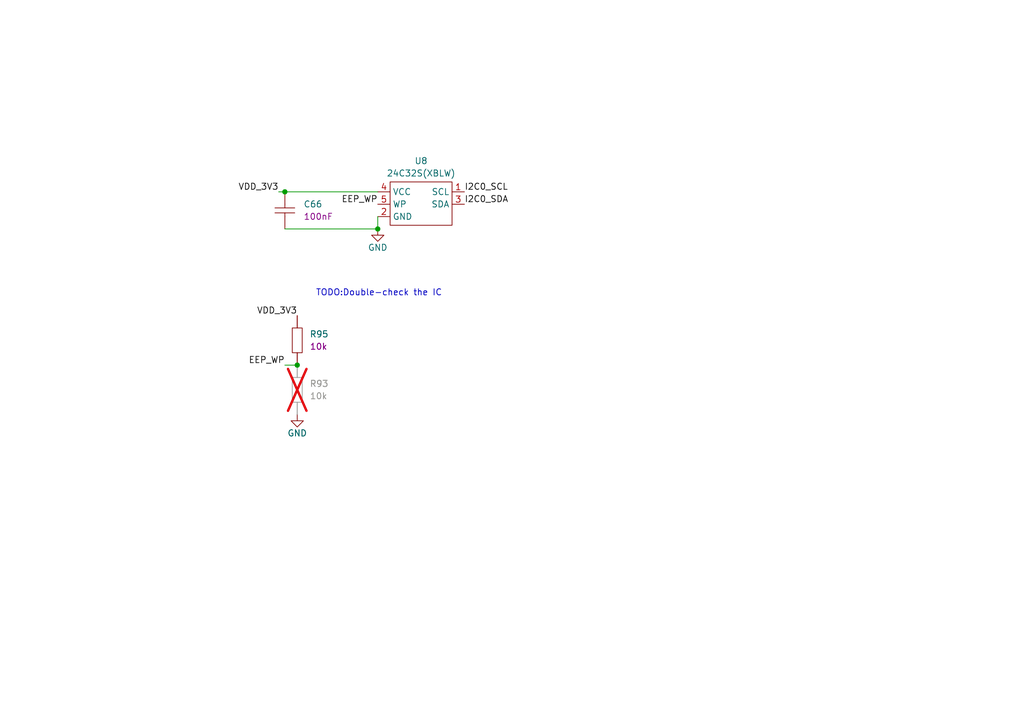
<source format=kicad_sch>
(kicad_sch (version 20250114) (generator "eeschema") (generator_version "9.0")
  (paper "A5")
  (lib_symbols
    (symbol "pepy_sym_lib:[CAP_SMD_0201_0603Metric]YAGEO CC0201KRX5R6BB104" (pin_numbers (hide yes))
      (property "Reference" "C" (at 0 3.556 0))
      (property "Nvalue" "100nF" (at 0 -3.048 0))
      (symbol "[CAP_SMD_0201_0603Metric]YAGEO CC0201KRX5R6BB104_0_1"
        (polyline (pts (xy -1.27 0) (xy -0.51 0)))
        (polyline (pts (xy -0.51 2.03) (xy -0.51 -2.03)))
        (polyline (pts (xy 0.51 2.03) (xy 0.51 -2.03)))
        (polyline (pts (xy 0.51 0) (xy 1.27 0)))
      )
      (symbol "[CAP_SMD_0201_0603Metric]YAGEO CC0201KRX5R6BB104_1_1"
        (pin passive line (at -3.81 0 0) (length 2.54) (name "~") (number "1"))
        (pin passive line (at 3.81 0 180) (length 2.54) (name "~") (number "2"))
      )
    )
    (symbol "pepy_sym_lib:[EEPROM]XBLW 24C32S(XBLW)"
      (property "Reference" "U" (at 0 6.096 0))
      (property "Value" "24C32S(XBLW)" (at 0 -6.096 0))
      (symbol "[EEPROM]XBLW 24C32S(XBLW)_1_1"
        (rectangle (start -6.35 4.572) (end 6.35 -4.318))
        (pin power_in line (at -8.89 2.54 0) (length 2.54) (name "VCC") (number "4"))
        (pin bidirectional line (at -8.89 0 0) (length 2.54) (name "WP") (number "5"))
        (pin power_in line (at -8.89 -2.54 0) (length 2.54) (name "GND") (number "2"))
        (pin bidirectional line (at 8.89 2.54 180) (length 2.54) (name "SCL") (number "1"))
        (pin bidirectional line (at 8.89 0 180) (length 2.54) (name "SDA") (number "3"))
      )
    )
    (symbol "pepy_sym_lib:[RES_SMD_0201_0603Metric]UNI-ROYAL(Uniroyal Elec) 0201WMF1002TEE" (pin_numbers (hide yes))
      (property "Reference" "R" (at 0 2.286 0))
      (property "Nvalue" "10k" (at 0 -2.54 0))
      (symbol "[RES_SMD_0201_0603Metric]UNI-ROYAL(Uniroyal Elec) 0201WMF1002TEE_1_1"
        (rectangle (start -2.54 1.02) (end 2.54 -1.02))
        (pin passive line (at -5.08 0 0) (length 2.54) (name "~") (number "1"))
        (pin passive line (at 5.08 0 180) (length 2.54) (name "~") (number "2"))
      )
    )
    (symbol "power:GND" (power) (pin_numbers (hide yes)) (pin_names (offset 0) (hide yes))
      (property "Value" "GND" (at 0 -3.81 0))
      (symbol "GND_0_1"
        (polyline (pts (xy 0 0) (xy 0 -1.27) (xy 1.27 -1.27) (xy 0 -2.54) (xy -1.27 -1.27) (xy 0 -1.27)))
      )
      (symbol "GND_1_1"
        (pin power_in line (at 0 0 270) (length 0) (name "~") (number "1"))
      )
    )
  )
  (text "TODO:Double-check the IC\n" (at 77.724 60.198 0) (effects (font (size 1.27 1.27))))
  (junction (at 77.47 46.99))
  (junction (at 58.42 39.37))
  (junction (at 60.96 74.93))
  (wire (pts (xy 58.42 39.37) (xy 77.47 39.37)))
  (wire (pts (xy 77.47 46.99) (xy 77.47 44.45)))
  (wire (pts (xy 58.42 74.93) (xy 60.96 74.93)))
  (wire (pts (xy 58.42 46.99) (xy 77.47 46.99)))
  (wire (pts (xy 57.15 39.37) (xy 58.42 39.37)))
  (label "VDD_3V3" (at 60.96 64.77 180))
  (label "I2C0_SDA" (at 95.25 41.91 0))
  (label "I2C0_SCL" (at 95.25 39.37 0))
  (label "VDD_3V3" (at 57.15 39.37 180))
  (label "EEP_WP" (at 58.42 74.93 180))
  (label "EEP_WP" (at 77.47 41.91 180))
  (symbol (lib_id "pepy_sym_lib:[RES_SMD_0201_0603Metric]UNI-ROYAL(Uniroyal Elec) 0201WMF1002TEE") (at 60.96 69.85 90) (unit 1)
    (property "Reference" "R95" (at 63.5 68.5799 90) (effects (justify right)))
    (property "Value" "0201WMF1002TEE" (effects (hide yes)))
    (property "Footprint" "pepy_sym_lib:[RES_SMD_0201_0603Metric]" (effects (hide yes)))
    (property "Datasheet" "https://lcsc.com/product-detail/Chip-Resistor-Surface-Mount_UNI-ROYAL-Uniroyal-Elec-0201WMF1002TEE_C473048.html" (effects (hide yes)))
    (property "Description" "1/20W Thick Film Resistors 25V ±1% ±200ppm/℃ 10kΩ 0201 Chip Resistor - Surface Mount ROHS" (effects (hide yes)))
    (property "LCSC Part" "C473048" (effects (hide yes)))
    (property "Manufacturer" "UNI-ROYAL(Uniroyal Elec)" (effects (hide yes)))
    (property "Nvalue" "10k" (at 63.5 71.1199 90) (effects (justify right)))
    (property "Package" "0201" (effects (hide yes)))
  )
  (symbol (lib_id "pepy_sym_lib:[CAP_SMD_0201_0603Metric]YAGEO CC0201KRX5R6BB104") (at 58.42 43.18 90) (unit 1)
    (property "Reference" "C66" (at 62.23 41.9099 90) (effects (justify right)))
    (property "Value" "CC0201KRX5R6BB104" (effects (hide yes)))
    (property "Footprint" "pepy_sym_lib:[CAP_SMD_0201_0603Metric]" (effects (hide yes)))
    (property "Datasheet" "https://lcsc.com/product-detail/Multilayer-Ceramic-Capacitors-MLCC-SMD-SMT_SAMSUNG_CL03A105MQ3CSNH_1uF-105-20-6-3V_C53067.html" (effects (hide yes)))
    (property "Description" "10V 100nF X5R ±10% 0201 Multilayer Ceramic Capacitors MLCC - SMD/SMT ROHS" (effects (hide yes)))
    (property "LCSC Part" "C190183" (effects (hide yes)))
    (property "Manufacturer" "YAGEO" (effects (hide yes)))
    (property "Nvalue" "100nF" (at 62.23 44.4499 90) (effects (justify right)))
    (property "Package" "0201" (effects (hide yes)))
  )
  (symbol (lib_id "power:GND") (at 60.96 85.09 0) (unit 1)
    (property "Reference" "#PWR065" (effects (hide yes)))
    (property "Value" "GND" (at 60.96 88.9 0))
    (property "Description" "Power symbol creates a global label with name \"GND\" , ground" (effects (hide yes)))
  )
  (symbol (lib_id "power:GND") (at 77.47 46.99 0) (unit 1)
    (property "Reference" "#PWR064" (effects (hide yes)))
    (property "Value" "GND" (at 77.47 50.8 0))
    (property "Description" "Power symbol creates a global label with name \"GND\" , ground" (effects (hide yes)))
  )
  (symbol (lib_id "pepy_sym_lib:[EEPROM]XBLW 24C32S(XBLW)") (at 86.36 41.91 0) (unit 1)
    (property "Reference" "U8" (at 86.36 33.02 0))
    (property "Value" "24C32S(XBLW)" (at 86.36 35.56 0))
    (property "Footprint" "pepy_sym_lib:[EEPROM]XBLW 24C32S(XBLW)" (effects (hide yes)))
    (property "Datasheet" "https://lcsc.com/product-detail/EEPROM_XBLW-24C32S-XBLW_C41408504.html?s_z=n_FT24C32A-ELRT" (effects (hide yes)))
    (property "Description" "32Kbit 1MHz I2C SOT-23-5 EEPROM ROHS" (effects (hide yes)))
    (property "LCSC Part" "C41408504" (effects (hide yes)))
  )
  (symbol (lib_id "pepy_sym_lib:[RES_SMD_0201_0603Metric]UNI-ROYAL(Uniroyal Elec) 0201WMF1002TEE") (at 60.96 80.01 90) (unit 1) (dnp yes)
    (property "Reference" "R93" (at 63.5 78.7399 90) (effects (justify right)))
    (property "Value" "0201WMF1002TEE" (effects (hide yes)))
    (property "Footprint" "pepy_sym_lib:[RES_SMD_0201_0603Metric]" (effects (hide yes)))
    (property "Datasheet" "https://lcsc.com/product-detail/Chip-Resistor-Surface-Mount_UNI-ROYAL-Uniroyal-Elec-0201WMF1002TEE_C473048.html" (effects (hide yes)))
    (property "Description" "1/20W Thick Film Resistors 25V ±1% ±200ppm/℃ 10kΩ 0201 Chip Resistor - Surface Mount ROHS" (effects (hide yes)))
    (property "LCSC Part" "C473048" (effects (hide yes)))
    (property "Manufacturer" "UNI-ROYAL(Uniroyal Elec)" (effects (hide yes)))
    (property "Nvalue" "10k" (at 63.5 81.2799 90) (effects (justify right)))
    (property "Package" "0201" (effects (hide yes)))
  )
)
</source>
